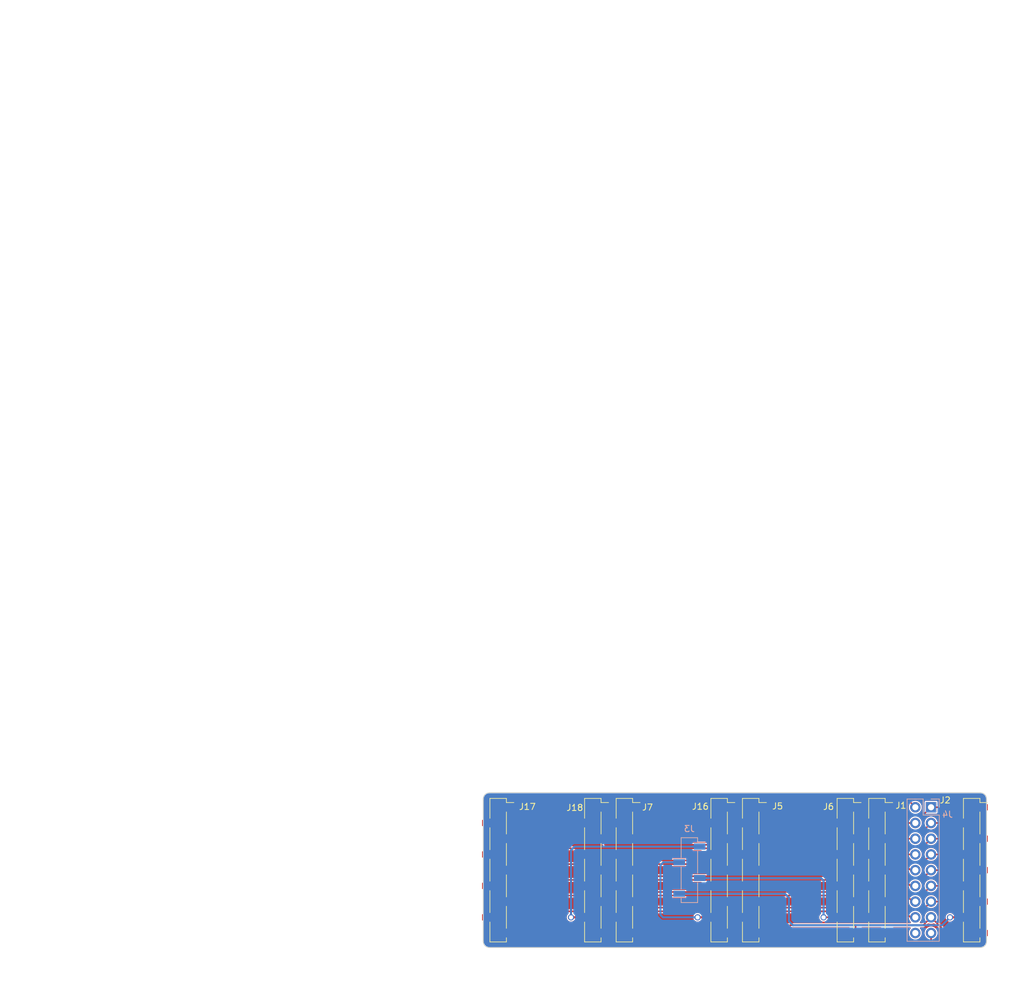
<source format=kicad_pcb>
(kicad_pcb (version 20221018) (generator pcbnew)
  (layers (0 "F.Cu" signal) (31 "B.Cu" signal) (34 "B.Paste" user) (35 "F.Paste" user) (36 "B.SilkS" user "B.Silkscreen") (37 "F.SilkS" user "F.Silkscreen") (38 "B.Mask" user) (39 "F.Mask" user) (44 "Edge.Cuts" user))
  (net 0 "")
  (net 2 "A")
  (net 3 "J")
  (net 4 "I")
  (net 5 "H")
  (net 6 "P")
  (net 7 "N")
  (net 8 "O")
  (net 9 "G")
  (net 10 "F")
  (net 11 "B")
  (net 12 "K")
  (net 13 "C")
  (net 14 "L")
  (net 15 "M")
  (net 16 "D")
  (net 17 "DP")
  (net 18 "DISPLAY4_GND")
  (net 19 "E")
  (net 20 "DISPLAY1_GND")
  (net 21 "DISPLAY2_GND")
  (net 22 "DISPLAY3_GND")
  (footprint "Connector_PinSocket_2.54mm:PinSocket_1x09_P2.54mm_Vertical_SMD_Pin1Right" (layer "F.Cu") (at 116.1 140.5)
    (fp_text reference "J16" (at -3.03 -10.28) (layer "F.SilkS"))
    (fp_text value "R")
    (fp_line (start -1.33 -11.59) (end -1.33 -8.38) (stroke (width 0.12)) (layer "F.SilkS"))
    (fp_line (start -1.33 -11.59) (end 1.33 -11.59) (stroke (width 0.12)) (layer "F.SilkS"))
    (fp_line (start -1.33 -6.86) (end -1.33 -3.3) (stroke (width 0.12)) (layer "F.SilkS"))
    (fp_line (start -1.33 -1.78) (end -1.33 1.78) (stroke (width 0.12)) (layer "F.SilkS"))
    (fp_line (start -1.33 3.3) (end -1.33 6.86) (stroke (width 0.12)) (layer "F.SilkS"))
    (fp_line (start -1.33 8.38) (end -1.33 11.59) (stroke (width 0.12)) (layer "F.SilkS"))
    (fp_line (start -1.33 11.59) (end 1.33 11.59) (stroke (width 0.12)) (layer "F.SilkS"))
    (fp_line (start 1.33 -11.59) (end 1.33 -10.92) (stroke (width 0.12)) (layer "F.SilkS"))
    (fp_line (start 1.33 -10.92) (end 2.54 -10.92) (stroke (width 0.12)) (layer "F.SilkS"))
    (fp_line (start 1.33 -9.4) (end 1.33 -5.84) (stroke (width 0.12)) (layer "F.SilkS"))
    (fp_line (start 1.33 -4.32) (end 1.33 -0.76) (stroke (width 0.12)) (layer "F.SilkS"))
    (fp_line (start 1.33 0.76) (end 1.33 4.32) (stroke (width 0.12)) (layer "F.SilkS"))
    (fp_line (start 1.33 5.84) (end 1.33 9.4) (stroke (width 0.12)) (layer "F.SilkS"))
    (fp_line (start 1.33 10.92) (end 1.33 11.59) (stroke (width 0.12)) (layer "F.SilkS"))
    (pad "1" smd rect (at 1.65 -10.16) (size 1.9 1) (layers "F.Cu" "F.Paste" "F.Mask") (net 11 "B"))
    (pad "2" smd rect (at -1.65 -7.62) (size 1.9 1) (layers "F.Cu" "F.Paste" "F.Mask") (net 12 "K"))
    (pad "3" smd rect (at 1.65 -5.08) (size 1.9 1) (layers "F.Cu" "F.Paste" "F.Mask") (net 13 "C"))
    (pad "4" smd rect (at -1.65 -2.54) (size 1.9 1) (layers "F.Cu" "F.Paste" "F.Mask") (net 14 "L"))
    (pad "5" smd rect (at 1.65 0) (size 1.9 1) (layers "F.Cu" "F.Paste" "F.Mask") (net 15 "M"))
    (pad "6" smd rect (at -1.65 2.54) (size 1.9 1) (layers "F.Cu" "F.Paste" "F.Mask") (net 16 "D"))
    (pad "7" smd rect (at 1.65 5.08) (size 1.9 1) (layers "F.Cu" "F.Paste" "F.Mask") (net 17 "DP"))
    (pad "8" smd rect (at -1.65 7.62) (size 1.9 1) (layers "F.Cu" "F.Paste" "F.Mask") (net 21 "DISPLAY2_GND"))
    (pad "9" smd rect (at 1.65 10.16) (size 1.9 1) (layers "F.Cu" "F.Paste" "F.Mask") (net 19 "E"))
  )
  (footprint "Connector_PinSocket_2.54mm:PinSocket_1x09_P2.54mm_Vertical_SMD_Pin1Right" (layer "F.Cu") (at 80.4 140.5)
    (fp_text reference "J17" (at 4.73 -10.25) (layer "F.SilkS"))
    (fp_text value "L")
    (fp_line (start -1.33 -11.59) (end -1.33 -8.38) (stroke (width 0.12)) (layer "F.SilkS"))
    (fp_line (start -1.33 -11.59) (end 1.33 -11.59) (stroke (width 0.12)) (layer "F.SilkS"))
    (fp_line (start -1.33 -6.86) (end -1.33 -3.3) (stroke (width 0.12)) (layer "F.SilkS"))
    (fp_line (start -1.33 -1.78) (end -1.33 1.78) (stroke (width 0.12)) (layer "F.SilkS"))
    (fp_line (start -1.33 3.3) (end -1.33 6.86) (stroke (width 0.12)) (layer "F.SilkS"))
    (fp_line (start -1.33 8.38) (end -1.33 11.59) (stroke (width 0.12)) (layer "F.SilkS"))
    (fp_line (start -1.33 11.59) (end 1.33 11.59) (stroke (width 0.12)) (layer "F.SilkS"))
    (fp_line (start 1.33 -11.59) (end 1.33 -10.92) (stroke (width 0.12)) (layer "F.SilkS"))
    (fp_line (start 1.33 -10.92) (end 2.54 -10.92) (stroke (width 0.12)) (layer "F.SilkS"))
    (fp_line (start 1.33 -9.4) (end 1.33 -5.84) (stroke (width 0.12)) (layer "F.SilkS"))
    (fp_line (start 1.33 -4.32) (end 1.33 -0.76) (stroke (width 0.12)) (layer "F.SilkS"))
    (fp_line (start 1.33 0.76) (end 1.33 4.32) (stroke (width 0.12)) (layer "F.SilkS"))
    (fp_line (start 1.33 5.84) (end 1.33 9.4) (stroke (width 0.12)) (layer "F.SilkS"))
    (fp_line (start 1.33 10.92) (end 1.33 11.59) (stroke (width 0.12)) (layer "F.SilkS"))
    (pad "1" smd rect (at 1.65 -10.16) (size 1.9 1) (layers "F.Cu" "F.Paste" "F.Mask") (net 2 "A"))
    (pad "2" smd rect (at -1.65 -7.62) (size 1.9 1) (layers "F.Cu" "F.Paste" "F.Mask") (net 3 "J"))
    (pad "3" smd rect (at 1.65 -5.08) (size 1.9 1) (layers "F.Cu" "F.Paste" "F.Mask") (net 4 "I"))
    (pad "4" smd rect (at -1.65 -2.54) (size 1.9 1) (layers "F.Cu" "F.Paste" "F.Mask") (net 5 "H"))
    (pad "5" smd rect (at 1.65 0) (size 1.9 1) (layers "F.Cu" "F.Paste" "F.Mask") (net 6 "P"))
    (pad "6" smd rect (at -1.65 2.54) (size 1.9 1) (layers "F.Cu" "F.Paste" "F.Mask") (net 7 "N"))
    (pad "7" smd rect (at 1.65 5.08) (size 1.9 1) (layers "F.Cu" "F.Paste" "F.Mask") (net 8 "O"))
    (pad "8" smd rect (at -1.65 7.62) (size 1.9 1) (layers "F.Cu" "F.Paste" "F.Mask") (net 9 "G"))
    (pad "9" smd rect (at 1.65 10.16) (size 1.9 1) (layers "F.Cu" "F.Paste" "F.Mask") (net 10 "F"))
  )
  (footprint "Connector_PinSocket_2.54mm:PinSocket_1x09_P2.54mm_Vertical_SMD_Pin1Right" (layer "F.Cu") (at 136.5 140.5)
    (fp_text reference "J6" (at -2.72 -10.25) (layer "F.SilkS"))
    (fp_text value "R")
    (fp_line (start -1.33 -11.59) (end -1.33 -8.38) (stroke (width 0.12)) (layer "F.SilkS"))
    (fp_line (start -1.33 -11.59) (end 1.33 -11.59) (stroke (width 0.12)) (layer "F.SilkS"))
    (fp_line (start -1.33 -6.86) (end -1.33 -3.3) (stroke (width 0.12)) (layer "F.SilkS"))
    (fp_line (start -1.33 -1.78) (end -1.33 1.78) (stroke (width 0.12)) (layer "F.SilkS"))
    (fp_line (start -1.33 3.3) (end -1.33 6.86) (stroke (width 0.12)) (layer "F.SilkS"))
    (fp_line (start -1.33 8.38) (end -1.33 11.59) (stroke (width 0.12)) (layer "F.SilkS"))
    (fp_line (start -1.33 11.59) (end 1.33 11.59) (stroke (width 0.12)) (layer "F.SilkS"))
    (fp_line (start 1.33 -11.59) (end 1.33 -10.92) (stroke (width 0.12)) (layer "F.SilkS"))
    (fp_line (start 1.33 -10.92) (end 2.54 -10.92) (stroke (width 0.12)) (layer "F.SilkS"))
    (fp_line (start 1.33 -9.4) (end 1.33 -5.84) (stroke (width 0.12)) (layer "F.SilkS"))
    (fp_line (start 1.33 -4.32) (end 1.33 -0.76) (stroke (width 0.12)) (layer "F.SilkS"))
    (fp_line (start 1.33 0.76) (end 1.33 4.32) (stroke (width 0.12)) (layer "F.SilkS"))
    (fp_line (start 1.33 5.84) (end 1.33 9.4) (stroke (width 0.12)) (layer "F.SilkS"))
    (fp_line (start 1.33 10.92) (end 1.33 11.59) (stroke (width 0.12)) (layer "F.SilkS"))
    (pad "1" smd rect (at 1.65 -10.16) (size 1.9 1) (layers "F.Cu" "F.Paste" "F.Mask") (net 11 "B"))
    (pad "2" smd rect (at -1.65 -7.62) (size 1.9 1) (layers "F.Cu" "F.Paste" "F.Mask") (net 12 "K"))
    (pad "3" smd rect (at 1.65 -5.08) (size 1.9 1) (layers "F.Cu" "F.Paste" "F.Mask") (net 13 "C"))
    (pad "4" smd rect (at -1.65 -2.54) (size 1.9 1) (layers "F.Cu" "F.Paste" "F.Mask") (net 14 "L"))
    (pad "5" smd rect (at 1.65 0) (size 1.9 1) (layers "F.Cu" "F.Paste" "F.Mask") (net 15 "M"))
    (pad "6" smd rect (at -1.65 2.54) (size 1.9 1) (layers "F.Cu" "F.Paste" "F.Mask") (net 16 "D"))
    (pad "7" smd rect (at 1.65 5.08) (size 1.9 1) (layers "F.Cu" "F.Paste" "F.Mask") (net 17 "DP"))
    (pad "8" smd rect (at -1.65 7.62) (size 1.9 1) (layers "F.Cu" "F.Paste" "F.Mask") (net 22 "DISPLAY3_GND"))
    (pad "9" smd rect (at 1.65 10.16) (size 1.9 1) (layers "F.Cu" "F.Paste" "F.Mask") (net 19 "E"))
  )
  (footprint "Connector_PinSocket_2.54mm:PinSocket_1x09_P2.54mm_Vertical_SMD_Pin1Right" (layer "F.Cu") (at 121.2 140.5)
    (fp_text reference "J5" (at 4.35 -10.33) (layer "F.SilkS"))
    (fp_text value "L")
    (fp_line (start -1.33 -11.59) (end -1.33 -8.38) (stroke (width 0.12)) (layer "F.SilkS"))
    (fp_line (start -1.33 -11.59) (end 1.33 -11.59) (stroke (width 0.12)) (layer "F.SilkS"))
    (fp_line (start -1.33 -6.86) (end -1.33 -3.3) (stroke (width 0.12)) (layer "F.SilkS"))
    (fp_line (start -1.33 -1.78) (end -1.33 1.78) (stroke (width 0.12)) (layer "F.SilkS"))
    (fp_line (start -1.33 3.3) (end -1.33 6.86) (stroke (width 0.12)) (layer "F.SilkS"))
    (fp_line (start -1.33 8.38) (end -1.33 11.59) (stroke (width 0.12)) (layer "F.SilkS"))
    (fp_line (start -1.33 11.59) (end 1.33 11.59) (stroke (width 0.12)) (layer "F.SilkS"))
    (fp_line (start 1.33 -11.59) (end 1.33 -10.92) (stroke (width 0.12)) (layer "F.SilkS"))
    (fp_line (start 1.33 -10.92) (end 2.54 -10.92) (stroke (width 0.12)) (layer "F.SilkS"))
    (fp_line (start 1.33 -9.4) (end 1.33 -5.84) (stroke (width 0.12)) (layer "F.SilkS"))
    (fp_line (start 1.33 -4.32) (end 1.33 -0.76) (stroke (width 0.12)) (layer "F.SilkS"))
    (fp_line (start 1.33 0.76) (end 1.33 4.32) (stroke (width 0.12)) (layer "F.SilkS"))
    (fp_line (start 1.33 5.84) (end 1.33 9.4) (stroke (width 0.12)) (layer "F.SilkS"))
    (fp_line (start 1.33 10.92) (end 1.33 11.59) (stroke (width 0.12)) (layer "F.SilkS"))
    (pad "1" smd rect (at 1.65 -10.16) (size 1.9 1) (layers "F.Cu" "F.Paste" "F.Mask") (net 2 "A"))
    (pad "2" smd rect (at -1.65 -7.62) (size 1.9 1) (layers "F.Cu" "F.Paste" "F.Mask") (net 3 "J"))
    (pad "3" smd rect (at 1.65 -5.08) (size 1.9 1) (layers "F.Cu" "F.Paste" "F.Mask") (net 4 "I"))
    (pad "4" smd rect (at -1.65 -2.54) (size 1.9 1) (layers "F.Cu" "F.Paste" "F.Mask") (net 5 "H"))
    (pad "5" smd rect (at 1.65 0) (size 1.9 1) (layers "F.Cu" "F.Paste" "F.Mask") (net 6 "P"))
    (pad "6" smd rect (at -1.65 2.54) (size 1.9 1) (layers "F.Cu" "F.Paste" "F.Mask") (net 7 "N"))
    (pad "7" smd rect (at 1.65 5.08) (size 1.9 1) (layers "F.Cu" "F.Paste" "F.Mask") (net 8 "O"))
    (pad "8" smd rect (at -1.65 7.62) (size 1.9 1) (layers "F.Cu" "F.Paste" "F.Mask") (net 9 "G"))
    (pad "9" smd rect (at 1.65 10.16) (size 1.9 1) (layers "F.Cu" "F.Paste" "F.Mask") (net 10 "F"))
  )
  (footprint "Connector_PinSocket_2.54mm:PinSocket_1x09_P2.54mm_Vertical_SMD_Pin1Right" (layer "F.Cu") (at 141.6 140.5)
    (fp_text reference "J1" (at 3.87 -10.44) (layer "F.SilkS"))
    (fp_text value "L")
    (fp_line (start -1.33 -11.59) (end -1.33 -8.38) (stroke (width 0.12)) (layer "F.SilkS"))
    (fp_line (start -1.33 -11.59) (end 1.33 -11.59) (stroke (width 0.12)) (layer "F.SilkS"))
    (fp_line (start -1.33 -6.86) (end -1.33 -3.3) (stroke (width 0.12)) (layer "F.SilkS"))
    (fp_line (start -1.33 -1.78) (end -1.33 1.78) (stroke (width 0.12)) (layer "F.SilkS"))
    (fp_line (start -1.33 3.3) (end -1.33 6.86) (stroke (width 0.12)) (layer "F.SilkS"))
    (fp_line (start -1.33 8.38) (end -1.33 11.59) (stroke (width 0.12)) (layer "F.SilkS"))
    (fp_line (start -1.33 11.59) (end 1.33 11.59) (stroke (width 0.12)) (layer "F.SilkS"))
    (fp_line (start 1.33 -11.59) (end 1.33 -10.92) (stroke (width 0.12)) (layer "F.SilkS"))
    (fp_line (start 1.33 -10.92) (end 2.54 -10.92) (stroke (width 0.12)) (layer "F.SilkS"))
    (fp_line (start 1.33 -9.4) (end 1.33 -5.84) (stroke (width 0.12)) (layer "F.SilkS"))
    (fp_line (start 1.33 -4.32) (end 1.33 -0.76) (stroke (width 0.12)) (layer "F.SilkS"))
    (fp_line (start 1.33 0.76) (end 1.33 4.32) (stroke (width 0.12)) (layer "F.SilkS"))
    (fp_line (start 1.33 5.84) (end 1.33 9.4) (stroke (width 0.12)) (layer "F.SilkS"))
    (fp_line (start 1.33 10.92) (end 1.33 11.59) (stroke (width 0.12)) (layer "F.SilkS"))
    (pad "1" smd rect (at 1.65 -10.16) (size 1.9 1) (layers "F.Cu" "F.Paste" "F.Mask") (net 2 "A"))
    (pad "2" smd rect (at -1.65 -7.62) (size 1.9 1) (layers "F.Cu" "F.Paste" "F.Mask") (net 3 "J"))
    (pad "3" smd rect (at 1.65 -5.08) (size 1.9 1) (layers "F.Cu" "F.Paste" "F.Mask") (net 4 "I"))
    (pad "4" smd rect (at -1.65 -2.54) (size 1.9 1) (layers "F.Cu" "F.Paste" "F.Mask") (net 5 "H"))
    (pad "5" smd rect (at 1.65 0) (size 1.9 1) (layers "F.Cu" "F.Paste" "F.Mask") (net 6 "P"))
    (pad "6" smd rect (at -1.65 2.54) (size 1.9 1) (layers "F.Cu" "F.Paste" "F.Mask") (net 7 "N"))
    (pad "7" smd rect (at 1.65 5.08) (size 1.9 1) (layers "F.Cu" "F.Paste" "F.Mask") (net 8 "O"))
    (pad "8" smd rect (at -1.65 7.62) (size 1.9 1) (layers "F.Cu" "F.Paste" "F.Mask") (net 9 "G"))
    (pad "9" smd rect (at 1.65 10.16) (size 1.9 1) (layers "F.Cu" "F.Paste" "F.Mask") (net 10 "F"))
  )
  (footprint "Connector_PinSocket_2.54mm:PinSocket_1x09_P2.54mm_Vertical_SMD_Pin1Right" (layer "F.Cu") (at 95.7 140.5)
    (fp_text reference "J18" (at -2.91 -10.09) (layer "F.SilkS"))
    (fp_text value "R")
    (fp_line (start -1.33 -11.59) (end -1.33 -8.38) (stroke (width 0.12)) (layer "F.SilkS"))
    (fp_line (start -1.33 -11.59) (end 1.33 -11.59) (stroke (width 0.12)) (layer "F.SilkS"))
    (fp_line (start -1.33 -6.86) (end -1.33 -3.3) (stroke (width 0.12)) (layer "F.SilkS"))
    (fp_line (start -1.33 -1.78) (end -1.33 1.78) (stroke (width 0.12)) (layer "F.SilkS"))
    (fp_line (start -1.33 3.3) (end -1.33 6.86) (stroke (width 0.12)) (layer "F.SilkS"))
    (fp_line (start -1.33 8.38) (end -1.33 11.59) (stroke (width 0.12)) (layer "F.SilkS"))
    (fp_line (start -1.33 11.59) (end 1.33 11.59) (stroke (width 0.12)) (layer "F.SilkS"))
    (fp_line (start 1.33 -11.59) (end 1.33 -10.92) (stroke (width 0.12)) (layer "F.SilkS"))
    (fp_line (start 1.33 -10.92) (end 2.54 -10.92) (stroke (width 0.12)) (layer "F.SilkS"))
    (fp_line (start 1.33 -9.4) (end 1.33 -5.84) (stroke (width 0.12)) (layer "F.SilkS"))
    (fp_line (start 1.33 -4.32) (end 1.33 -0.76) (stroke (width 0.12)) (layer "F.SilkS"))
    (fp_line (start 1.33 0.76) (end 1.33 4.32) (stroke (width 0.12)) (layer "F.SilkS"))
    (fp_line (start 1.33 5.84) (end 1.33 9.4) (stroke (width 0.12)) (layer "F.SilkS"))
    (fp_line (start 1.33 10.92) (end 1.33 11.59) (stroke (width 0.12)) (layer "F.SilkS"))
    (pad "1" smd rect (at 1.65 -10.16) (size 1.9 1) (layers "F.Cu" "F.Paste" "F.Mask") (net 11 "B"))
    (pad "2" smd rect (at -1.65 -7.62) (size 1.9 1) (layers "F.Cu" "F.Paste" "F.Mask") (net 12 "K"))
    (pad "3" smd rect (at 1.65 -5.08) (size 1.9 1) (layers "F.Cu" "F.Paste" "F.Mask") (net 13 "C"))
    (pad "4" smd rect (at -1.65 -2.54) (size 1.9 1) (layers "F.Cu" "F.Paste" "F.Mask") (net 14 "L"))
    (pad "5" smd rect (at 1.65 0) (size 1.9 1) (layers "F.Cu" "F.Paste" "F.Mask") (net 15 "M"))
    (pad "6" smd rect (at -1.65 2.54) (size 1.9 1) (layers "F.Cu" "F.Paste" "F.Mask") (net 16 "D"))
    (pad "7" smd rect (at 1.65 5.08) (size 1.9 1) (layers "F.Cu" "F.Paste" "F.Mask") (net 17 "DP"))
    (pad "8" smd rect (at -1.65 7.62) (size 1.9 1) (layers "F.Cu" "F.Paste" "F.Mask") (net 20 "DISPLAY1_GND"))
    (pad "9" smd rect (at 1.65 10.16) (size 1.9 1) (layers "F.Cu" "F.Paste" "F.Mask") (net 19 "E"))
  )
  (footprint "Connector_PinSocket_2.54mm:PinSocket_1x09_P2.54mm_Vertical_SMD_Pin1Right" (layer "F.Cu") (at 156.9 140.5)
    (fp_text reference "J2" (at -4.27 -11.3) (layer "F.SilkS"))
    (fp_text value "R")
    (fp_line (start -1.33 -11.59) (end -1.33 -8.38) (stroke (width 0.12)) (layer "F.SilkS"))
    (fp_line (start -1.33 -11.59) (end 1.33 -11.59) (stroke (width 0.12)) (layer "F.SilkS"))
    (fp_line (start -1.33 -6.86) (end -1.33 -3.3) (stroke (width 0.12)) (layer "F.SilkS"))
    (fp_line (start -1.33 -1.78) (end -1.33 1.78) (stroke (width 0.12)) (layer "F.SilkS"))
    (fp_line (start -1.33 3.3) (end -1.33 6.86) (stroke (width 0.12)) (layer "F.SilkS"))
    (fp_line (start -1.33 8.38) (end -1.33 11.59) (stroke (width 0.12)) (layer "F.SilkS"))
    (fp_line (start -1.33 11.59) (end 1.33 11.59) (stroke (width 0.12)) (layer "F.SilkS"))
    (fp_line (start 1.33 -11.59) (end 1.33 -10.92) (stroke (width 0.12)) (layer "F.SilkS"))
    (fp_line (start 1.33 -10.92) (end 2.54 -10.92) (stroke (width 0.12)) (layer "F.SilkS"))
    (fp_line (start 1.33 -9.4) (end 1.33 -5.84) (stroke (width 0.12)) (layer "F.SilkS"))
    (fp_line (start 1.33 -4.32) (end 1.33 -0.76) (stroke (width 0.12)) (layer "F.SilkS"))
    (fp_line (start 1.33 0.76) (end 1.33 4.32) (stroke (width 0.12)) (layer "F.SilkS"))
    (fp_line (start 1.33 5.84) (end 1.33 9.4) (stroke (width 0.12)) (layer "F.SilkS"))
    (fp_line (start 1.33 10.92) (end 1.33 11.59) (stroke (width 0.12)) (layer "F.SilkS"))
    (pad "1" smd rect (at 1.65 -10.16) (size 1.9 1) (layers "F.Cu" "F.Paste" "F.Mask") (net 11 "B"))
    (pad "2" smd rect (at -1.65 -7.62) (size 1.9 1) (layers "F.Cu" "F.Paste" "F.Mask") (net 12 "K"))
    (pad "3" smd rect (at 1.65 -5.08) (size 1.9 1) (layers "F.Cu" "F.Paste" "F.Mask") (net 13 "C"))
    (pad "4" smd rect (at -1.65 -2.54) (size 1.9 1) (layers "F.Cu" "F.Paste" "F.Mask") (net 14 "L"))
    (pad "5" smd rect (at 1.65 0) (size 1.9 1) (layers "F.Cu" "F.Paste" "F.Mask") (net 15 "M"))
    (pad "6" smd rect (at -1.65 2.54) (size 1.9 1) (layers "F.Cu" "F.Paste" "F.Mask") (net 16 "D"))
    (pad "7" smd rect (at 1.65 5.08) (size 1.9 1) (layers "F.Cu" "F.Paste" "F.Mask") (net 17 "DP"))
    (pad "8" smd rect (at -1.65 7.62) (size 1.9 1) (layers "F.Cu" "F.Paste" "F.Mask") (net 18 "DISPLAY4_GND"))
    (pad "9" smd rect (at 1.65 10.16) (size 1.9 1) (layers "F.Cu" "F.Paste" "F.Mask") (net 19 "E"))
  )
  (footprint "Connector_PinSocket_2.54mm:PinSocket_1x09_P2.54mm_Vertical_SMD_Pin1Right" (layer "F.Cu") (at 100.8 140.5)
    (fp_text reference "J7" (at 3.74 -10.15) (layer "F.SilkS"))
    (fp_text value "L")
    (fp_line (start -1.33 -11.59) (end -1.33 -8.38) (stroke (width 0.12)) (layer "F.SilkS"))
    (fp_line (start -1.33 -11.59) (end 1.33 -11.59) (stroke (width 0.12)) (layer "F.SilkS"))
    (fp_line (start -1.33 -6.86) (end -1.33 -3.3) (stroke (width 0.12)) (layer "F.SilkS"))
    (fp_line (start -1.33 -1.78) (end -1.33 1.78) (stroke (width 0.12)) (layer "F.SilkS"))
    (fp_line (start -1.33 3.3) (end -1.33 6.86) (stroke (width 0.12)) (layer "F.SilkS"))
    (fp_line (start -1.33 8.38) (end -1.33 11.59) (stroke (width 0.12)) (layer "F.SilkS"))
    (fp_line (start -1.33 11.59) (end 1.33 11.59) (stroke (width 0.12)) (layer "F.SilkS"))
    (fp_line (start 1.33 -11.59) (end 1.33 -10.92) (stroke (width 0.12)) (layer "F.SilkS"))
    (fp_line (start 1.33 -10.92) (end 2.54 -10.92) (stroke (width 0.12)) (layer "F.SilkS"))
    (fp_line (start 1.33 -9.4) (end 1.33 -5.84) (stroke (width 0.12)) (layer "F.SilkS"))
    (fp_line (start 1.33 -4.32) (end 1.33 -0.76) (stroke (width 0.12)) (layer "F.SilkS"))
    (fp_line (start 1.33 0.76) (end 1.33 4.32) (stroke (width 0.12)) (layer "F.SilkS"))
    (fp_line (start 1.33 5.84) (end 1.33 9.4) (stroke (width 0.12)) (layer "F.SilkS"))
    (fp_line (start 1.33 10.92) (end 1.33 11.59) (stroke (width 0.12)) (layer "F.SilkS"))
    (pad "1" smd rect (at 1.65 -10.16) (size 1.9 1) (layers "F.Cu" "F.Paste" "F.Mask") (net 2 "A"))
    (pad "2" smd rect (at -1.65 -7.62) (size 1.9 1) (layers "F.Cu" "F.Paste" "F.Mask") (net 3 "J"))
    (pad "3" smd rect (at 1.65 -5.08) (size 1.9 1) (layers "F.Cu" "F.Paste" "F.Mask") (net 4 "I"))
    (pad "4" smd rect (at -1.65 -2.54) (size 1.9 1) (layers "F.Cu" "F.Paste" "F.Mask") (net 5 "H"))
    (pad "5" smd rect (at 1.65 0) (size 1.9 1) (layers "F.Cu" "F.Paste" "F.Mask") (net 6 "P"))
    (pad "6" smd rect (at -1.65 2.54) (size 1.9 1) (layers "F.Cu" "F.Paste" "F.Mask") (net 7 "N"))
    (pad "7" smd rect (at 1.65 5.08) (size 1.9 1) (layers "F.Cu" "F.Paste" "F.Mask") (net 8 "O"))
    (pad "8" smd rect (at -1.65 7.62) (size 1.9 1) (layers "F.Cu" "F.Paste" "F.Mask") (net 9 "G"))
    (pad "9" smd rect (at 1.65 10.16) (size 1.9 1) (layers "F.Cu" "F.Paste" "F.Mask") (net 10 "F"))
  )
  (footprint "Connector_PinHeader_2.54mm:PinHeader_2x09_P2.54mm_Vertical" (layer "B.Cu") (at 150.34 130.34 180)
    (fp_text reference "J4" (at -2.66 -1.16) (layer "B.SilkS") (effects (justify mirror)))
    (fp_text value "SEGMENTS")
    (fp_line (start -1.33 -21.65) (end 3.87 -21.65) (stroke (width 0.12)) (layer "B.SilkS"))
    (fp_line (start -1.33 -1.27) (end -1.33 -21.65) (stroke (width 0.12)) (layer "B.SilkS"))
    (fp_line (start -1.33 -1.27) (end 1.27 -1.27) (stroke (width 0.12)) (layer "B.SilkS"))
    (fp_line (start -1.33 0) (end -1.33 1.33) (stroke (width 0.12)) (layer "B.SilkS"))
    (fp_line (start -1.33 1.33) (end 0 1.33) (stroke (width 0.12)) (layer "B.SilkS"))
    (fp_line (start 1.27 -1.27) (end 1.27 1.33) (stroke (width 0.12)) (layer "B.SilkS"))
    (fp_line (start 1.27 1.33) (end 3.87 1.33) (stroke (width 0.12)) (layer "B.SilkS"))
    (fp_line (start 3.87 1.33) (end 3.87 -21.65) (stroke (width 0.12)) (layer "B.SilkS"))
    (pad "1" thru_hole rect (at 0 0 180) (size 1.7 1.7) (drill 1) (layers "*.Cu" "*.Mask") (net 11 "B"))
    (pad "2" thru_hole oval (at 2.54 0 180) (size 1.7 1.7) (drill 1) (layers "*.Cu" "*.Mask") (net 2 "A"))
    (pad "3" thru_hole oval (at 0 -2.54 180) (size 1.7 1.7) (drill 1) (layers "*.Cu" "*.Mask") (net 12 "K"))
    (pad "4" thru_hole oval (at 2.54 -2.54 180) (size 1.7 1.7) (drill 1) (layers "*.Cu" "*.Mask") (net 3 "J"))
    (pad "5" thru_hole oval (at 0 -5.08 180) (size 1.7 1.7) (drill 1) (layers "*.Cu" "*.Mask") (net 13 "C"))
    (pad "6" thru_hole oval (at 2.54 -5.08 180) (size 1.7 1.7) (drill 1) (layers "*.Cu" "*.Mask") (net 4 "I"))
    (pad "7" thru_hole oval (at 0 -7.62 180) (size 1.7 1.7) (drill 1) (layers "*.Cu" "*.Mask") (net 14 "L"))
    (pad "8" thru_hole oval (at 2.54 -7.62 180) (size 1.7 1.7) (drill 1) (layers "*.Cu" "*.Mask") (net 5 "H"))
    (pad "9" thru_hole oval (at 0 -10.16 180) (size 1.7 1.7) (drill 1) (layers "*.Cu" "*.Mask") (net 15 "M"))
    (pad "10" thru_hole oval (at 2.54 -10.16 180) (size 1.7 1.7) (drill 1) (layers "*.Cu" "*.Mask") (net 6 "P"))
    (pad "11" thru_hole oval (at 0 -12.7 180) (size 1.7 1.7) (drill 1) (layers "*.Cu" "*.Mask") (net 16 "D"))
    (pad "12" thru_hole oval (at 2.54 -12.7 180) (size 1.7 1.7) (drill 1) (layers "*.Cu" "*.Mask") (net 7 "N"))
    (pad "13" thru_hole oval (at 0 -15.24 180) (size 1.7 1.7) (drill 1) (layers "*.Cu" "*.Mask") (net 17 "DP"))
    (pad "14" thru_hole oval (at 2.54 -15.24 180) (size 1.7 1.7) (drill 1) (layers "*.Cu" "*.Mask") (net 8 "O"))
    (pad "15" thru_hole oval (at 0 -17.78 180) (size 1.7 1.7) (drill 1) (layers "*.Cu" "*.Mask") (net 19 "E"))
    (pad "16" thru_hole oval (at 2.54 -17.78 180) (size 1.7 1.7) (drill 1) (layers "*.Cu" "*.Mask") (net 9 "G"))
    (pad "17" thru_hole oval (at 0 -20.32 180) (size 1.7 1.7) (drill 1) (layers "*.Cu" "*.Mask") (net 10 "F"))
    (pad "18" thru_hole oval (at 2.54 -20.32 180) (size 1.7 1.7) (drill 1) (layers "*.Cu" "*.Mask"))
  )
  (footprint "Connector_PinSocket_2.54mm:PinSocket_1x04_P2.54mm_Vertical_SMD_Pin1Left" (layer "B.Cu") (at 111.3 140.5 180)
    (fp_text reference "J3" (at 0 6.68) (layer "B.SilkS") (effects (justify mirror)))
    (fp_text value "SELECT")
    (fp_line (start -2.54 4.57) (end -1.33 4.57) (stroke (width 0.12)) (layer "B.SilkS"))
    (fp_line (start -1.33 -5.24) (end 1.33 -5.24) (stroke (width 0.12)) (layer "B.SilkS"))
    (fp_line (start -1.33 -2.03) (end -1.33 -5.24) (stroke (width 0.12)) (layer "B.SilkS"))
    (fp_line (start -1.33 3.05) (end -1.33 -0.51) (stroke (width 0.12)) (layer "B.SilkS"))
    (fp_line (start -1.33 5.24) (end -1.33 4.57) (stroke (width 0.12)) (layer "B.SilkS"))
    (fp_line (start -1.33 5.24) (end 1.33 5.24) (stroke (width 0.12)) (layer "B.SilkS"))
    (fp_line (start 1.33 -4.57) (end 1.33 -5.24) (stroke (width 0.12)) (layer "B.SilkS"))
    (fp_line (start 1.33 0.51) (end 1.33 -3.05) (stroke (width 0.12)) (layer "B.SilkS"))
    (fp_line (start 1.33 5.24) (end 1.33 2.03) (stroke (width 0.12)) (layer "B.SilkS"))
    (pad "1" smd rect (at -1.65 3.81 180) (size 1.9 1) (layers "B.Cu" "B.Paste" "B.Mask") (net 20 "DISPLAY1_GND"))
    (pad "2" smd rect (at 1.65 1.27 180) (size 1.9 1) (layers "B.Cu" "B.Paste" "B.Mask") (net 21 "DISPLAY2_GND"))
    (pad "3" smd rect (at -1.65 -1.27 180) (size 1.9 1) (layers "B.Cu" "B.Paste" "B.Mask") (net 22 "DISPLAY3_GND"))
    (pad "4" smd rect (at 1.65 -3.81 180) (size 1.9 1) (layers "B.Cu" "B.Paste" "B.Mask") (net 18 "DISPLAY4_GND"))
  )
  (gr_line (start 158.3 153) (end 79 153) (stroke (width 0.15)) (layer "Edge.Cuts"))
  (gr_line (start 159.3 129) (end 159.3 152) (stroke (width 0.15)) (layer "Edge.Cuts"))
  (gr_arc (start 78 129) (mid 78.292893 128.292894) (end 79 128) (stroke (width 0.15)) (layer "Edge.Cuts"))
  (gr_line (start 79 128) (end 158.3 128) (stroke (width 0.15)) (layer "Edge.Cuts"))
  (gr_arc (start 158.3 128) (mid 159.007106 128.292893) (end 159.3 129) (stroke (width 0.15)) (layer "Edge.Cuts"))
  (gr_arc (start 159.3 152) (mid 159.007107 152.707106) (end 158.3 153) (stroke (width 0.15)) (layer "Edge.Cuts"))
  (gr_arc (start 79 153) (mid 78.292894 152.707107) (end 78 152) (stroke (width 0.15)) (layer "Edge.Cuts"))
  (gr_line (start 78 152) (end 78 129) (stroke (width 0.15)) (layer "Edge.Cuts"))
  (segment (start 122.85 130.34) (end 122.85 129) (width 0.25) (layer "F.Cu") (net 2))
  (segment (start 102.475 129) (end 82.45 129) (width 0.25) (layer "F.Cu") (net 2))
  (segment (start 102.45 130.34) (end 102.45 129.025) (width 0.25) (layer "F.Cu") (net 2))
  (segment (start 143.25 130.34) (end 143.25 129.075) (width 0.25) (layer "F.Cu") (net 2))
  (segment (start 143.325 129) (end 122.85 129) (width 0.25) (layer "F.Cu") (net 2))
  (segment (start 82.05 129.4) (end 82.05 130.34) (width 0.25) (layer "F.Cu") (net 2))
  (segment (start 143.25 129.075) (end 143.325 129) (width 0.25) (layer "F.Cu") (net 2))
  (segment (start 122.85 129) (end 102.475 129) (width 0.25) (layer "F.Cu") (net 2))
  (segment (start 82.45 129) (end 82.05 129.4) (width 0.25) (layer "F.Cu") (net 2))
  (segment (start 146.46 129) (end 143.325 129) (width 0.25) (layer "F.Cu") (net 2))
  (segment (start 147.8 130.34) (end 146.46 129) (width 0.25) (layer "F.Cu") (net 2))
  (segment (start 102.45 129.025) (end 102.475 129) (width 0.25) (layer "F.Cu") (net 2))
  (segment (start 145.45 131.9) (end 139.925 131.9) (width 0.25) (layer "F.Cu") (net 3))
  (segment (start 147.8 132.88) (end 146.43 132.88) (width 0.25) (layer "F.Cu") (net 3))
  (segment (start 139.95 131.925) (end 139.925 131.9) (width 0.25) (layer "F.Cu") (net 3))
  (segment (start 78.75 132.225) (end 78.75 132.88) (width 0.25) (layer "F.Cu") (net 3))
  (segment (start 119.5 131.9) (end 99.15 131.9) (width 0.25) (layer "F.Cu") (net 3))
  (segment (start 119.55 131.95) (end 119.5 131.9) (width 0.25) (layer "F.Cu") (net 3))
  (segment (start 139.95 132.88) (end 139.95 131.925) (width 0.25) (layer "F.Cu") (net 3))
  (segment (start 79.075 131.9) (end 78.75 132.225) (width 0.25) (layer "F.Cu") (net 3))
  (segment (start 99.15 132.88) (end 99.15 131.9) (width 0.25) (layer "F.Cu") (net 3))
  (segment (start 139.925 131.9) (end 119.5 131.9) (width 0.25) (layer "F.Cu") (net 3))
  (segment (start 119.55 132.88) (end 119.55 131.95) (width 0.25) (layer "F.Cu") (net 3))
  (segment (start 99.15 131.9) (end 79.075 131.9) (width 0.25) (layer "F.Cu") (net 3))
  (segment (start 146.43 132.88) (end 145.45 131.9) (width 0.25) (layer "F.Cu") (net 3))
  (segment (start 102.425 134.45) (end 82.375 134.45) (width 0.25) (layer "F.Cu") (net 4))
  (segment (start 122.85 134.45) (end 102.425 134.45) (width 0.25) (layer "F.Cu") (net 4))
  (segment (start 143.25 134.45) (end 122.85 134.45) (width 0.25) (layer "F.Cu") (net 4))
  (segment (start 102.45 135.42) (end 102.45 134.475) (width 0.25) (layer "F.Cu") (net 4))
  (segment (start 147.8 135.42) (end 146.57 135.42) (width 0.25) (layer "F.Cu") (net 4))
  (segment (start 122.85 135.42) (end 122.85 134.45) (width 0.25) (layer "F.Cu") (net 4))
  (segment (start 146.57 135.42) (end 145.6 134.45) (width 0.25) (layer "F.Cu") (net 4))
  (segment (start 143.25 135.42) (end 143.25 134.45) (width 0.25) (layer "F.Cu") (net 4))
  (segment (start 82.375 134.45) (end 82.05 134.775) (width 0.25) (layer "F.Cu") (net 4))
  (segment (start 102.45 134.475) (end 102.425 134.45) (width 0.25) (layer "F.Cu") (net 4))
  (segment (start 82.05 134.775) (end 82.05 135.42) (width 0.25) (layer "F.Cu") (net 4))
  (segment (start 145.6 134.45) (end 143.25 134.45) (width 0.25) (layer "F.Cu") (net 4))
  (segment (start 145.55 136.975) (end 139.95 136.975) (width 0.25) (layer "F.Cu") (net 5))
  (segment (start 119.55 136.975) (end 99.475 136.975) (width 0.25) (layer "F.Cu") (net 5))
  (segment (start 119.55 137.96) (end 119.55 136.975) (width 0.25) (layer "F.Cu") (net 5))
  (segment (start 79.105 136.975) (end 78.75 137.33) (width 0.25) (layer "F.Cu") (net 5))
  (segment (start 146.535 137.96) (end 145.55 136.975) (width 0.25) (layer "F.Cu") (net 5))
  (segment (start 99.15 136.975) (end 79.105 136.975) (width 0.25) (layer "F.Cu") (net 5))
  (segment (start 147.8 137.96) (end 146.535 137.96) (width 0.25) (layer "F.Cu") (net 5))
  (segment (start 139.95 136.975) (end 119.55 136.975) (width 0.25) (layer "F.Cu") (net 5))
  (segment (start 99.15 137.96) (end 99.15 136.975) (width 0.25) (layer "F.Cu") (net 5))
  (segment (start 139.95 137.96) (end 139.95 136.975) (width 0.25) (layer "F.Cu") (net 5))
  (segment (start 78.75 137.33) (end 78.75 137.96) (width 0.25) (layer "F.Cu") (net 5))
  (segment (start 99.475 136.975) (end 99.15 136.975) (width 0.25) (layer "F.Cu") (net 5))
  (segment (start 102.45 139.55) (end 102.475 139.525) (width 0.25) (layer "F.Cu") (net 6))
  (segment (start 102.475 139.525) (end 82.45 139.525) (width 0.25) (layer "F.Cu") (net 6))
  (segment (start 122.85 139.525) (end 102.475 139.525) (width 0.25) (layer "F.Cu") (net 6))
  (segment (start 102.45 140.5) (end 102.45 139.55) (width 0.25) (layer "F.Cu") (net 6))
  (segment (start 147.025 140.5) (end 146.05 139.525) (width 0.25) (layer "F.Cu") (net 6))
  (segment (start 143.25 139.525) (end 122.85 139.525) (width 0.25) (layer "F.Cu") (net 6))
  (segment (start 143.25 140.5) (end 143.25 139.525) (width 0.25) (layer "F.Cu") (net 6))
  (segment (start 146.05 139.525) (end 143.25 139.525) (width 0.25) (layer "F.Cu") (net 6))
  (segment (start 82.45 139.525) (end 82.05 139.925) (width 0.25) (layer "F.Cu") (net 6))
  (segment (start 147.8 140.5) (end 147.025 140.5) (width 0.25) (layer "F.Cu") (net 6))
  (segment (start 82.05 139.925) (end 82.05 140.5) (width 0.25) (layer "F.Cu") (net 6))
  (segment (start 122.85 140.5) (end 122.85 139.525) (width 0.25) (layer "F.Cu") (net 6))
  (segment (start 119.55 142.08) (end 99.125 142.08) (width 0.25) (layer "F.Cu") (net 7))
  (segment (start 139.95 143.04) (end 139.95 142.105) (width 0.25) (layer "F.Cu") (net 7))
  (segment (start 146.055 142.08) (end 139.925 142.08) (width 0.25) (layer "F.Cu") (net 7))
  (segment (start 147.8 143.04) (end 147.015 143.04) (width 0.25) (layer "F.Cu") (net 7))
  (segment (start 99.15 142.105) (end 99.125 142.08) (width 0.25) (layer "F.Cu") (net 7))
  (segment (start 79.045 142.08) (end 78.75 142.375) (width 0.25) (layer "F.Cu") (net 7))
  (segment (start 139.95 142.105) (end 139.925 142.08) (width 0.25) (layer "F.Cu") (net 7))
  (segment (start 99.125 142.08) (end 79.045 142.08) (width 0.25) (layer "F.Cu") (net 7))
  (segment (start 119.55 143.04) (end 119.55 142.08) (width 0.25) (layer "F.Cu") (net 7))
  (segment (start 139.925 142.08) (end 119.55 142.08) (width 0.25) (layer "F.Cu") (net 7))
  (segment (start 78.75 142.375) (end 78.75 143.04) (width 0.25) (layer "F.Cu") (net 7))
  (segment (start 99.15 143.04) (end 99.15 142.105) (width 0.25) (layer "F.Cu") (net 7))
  (segment (start 147.015 143.04) (end 146.055 142.08) (width 0.25) (layer "F.Cu") (net 7))
  (segment (start 102.45 145.58) (end 102.45 144.65) (width 0.25) (layer "F.Cu") (net 8))
  (segment (start 143.225 144.6) (end 122.825 144.6) (width 0.25) (layer "F.Cu") (net 8))
  (segment (start 146.375 144.6) (end 143.225 144.6) (width 0.25) (layer "F.Cu") (net 8))
  (segment (start 102.45 144.65) (end 102.5 144.6) (width 0.25) (layer "F.Cu") (net 8))
  (segment (start 143.25 145.58) (end 143.25 144.625) (width 0.25) (layer "F.Cu") (net 8))
  (segment (start 82.375 144.6) (end 82.05 144.925) (width 0.25) (layer "F.Cu") (net 8))
  (segment (start 122.85 145.58) (end 122.85 144.625) (width 0.25) (layer "F.Cu") (net 8))
  (segment (start 147.355 145.58) (end 146.375 144.6) (width 0.25) (layer "F.Cu") (net 8))
  (segment (start 147.8 145.58) (end 147.355 145.58) (width 0.25) (layer "F.Cu") (net 8))
  (segment (start 122.825 144.6) (end 102.5 144.6) (width 0.25) (layer "F.Cu") (net 8))
  (segment (start 143.25 144.625) (end 143.225 144.6) (width 0.25) (layer "F.Cu") (net 8))
  (segment (start 122.85 144.625) (end 122.825 144.6) (width 0.25) (layer "F.Cu") (net 8))
  (segment (start 102.5 144.6) (end 82.375 144.6) (width 0.25) (layer "F.Cu") (net 8))
  (segment (start 82.05 144.925) (end 82.05 145.58) (width 0.25) (layer "F.Cu") (net 8))
  (segment (start 139.95 147.175) (end 139.925 147.15) (width 0.25) (layer "F.Cu") (net 9))
  (segment (start 119.55 147.2) (end 119.5 147.15) (width 0.25) (layer "F.Cu") (net 9))
  (segment (start 78.75 147.45) (end 78.75 148.12) (width 0.25) (layer "F.Cu") (net 9))
  (segment (start 139.925 147.15) (end 119.5 147.15) (width 0.25) (layer "F.Cu") (net 9))
  (segment (start 146.05 147.15) (end 139.925 147.15) (width 0.25) (layer "F.Cu") (net 9))
  (segment (start 99.15 148.12) (end 99.15 147.15) (width 0.25) (layer "F.Cu") (net 9))
  (segment (start 119.55 148.12) (end 119.55 147.2) (width 0.25) (layer "F.Cu") (net 9))
  (segment (start 119.5 147.15) (end 99.15 147.15) (width 0.25) (layer "F.Cu") (net 9))
  (segment (start 99.15 147.15) (end 79.05 147.15) (width 0.25) (layer "F.Cu") (net 9))
  (segment (start 139.95 148.12) (end 139.95 147.175) (width 0.25) (layer "F.Cu") (net 9))
  (segment (start 79.05 147.15) (end 78.75 147.45) (width 0.25) (layer "F.Cu") (net 9))
  (segment (start 147.02 148.12) (end 146.05 147.15) (width 0.25) (layer "F.Cu") (net 9))
  (segment (start 147.8 148.12) (end 147.02 148.12) (width 0.25) (layer "F.Cu") (net 9))
  (segment (start 102.45 151.95) (end 102.55 152.05) (width 0.25) (layer "F.Cu") (net 10))
  (segment (start 150.34 150.66) (end 150.34 151.735) (width 0.25) (layer "F.Cu") (net 10))
  (segment (start 150.34 151.735) (end 150.025 152.05) (width 0.25) (layer "F.Cu") (net 10))
  (segment (start 143.3 152.05) (end 122.9 152.05) (width 0.25) (layer "F.Cu") (net 10))
  (segment (start 102.45 150.66) (end 102.45 151.95) (width 0.25) (layer "F.Cu") (net 10))
  (segment (start 122.85 150.66) (end 122.85 152) (width 0.25) (layer "F.Cu") (net 10))
  (segment (start 102.55 152.05) (end 82.35 152.05) (width 0.25) (layer "F.Cu") (net 10))
  (segment (start 82.35 152.05) (end 82.05 151.75) (width 0.25) (layer "F.Cu") (net 10))
  (segment (start 122.85 152) (end 122.9 152.05) (width 0.25) (layer "F.Cu") (net 10))
  (segment (start 82.05 151.75) (end 82.05 150.66) (width 0.25) (layer "F.Cu") (net 10))
  (segment (start 150.025 152.05) (end 143.3 152.05) (width 0.25) (layer "F.Cu") (net 10))
  (segment (start 143.25 152) (end 143.3 152.05) (width 0.25) (layer "F.Cu") (net 10))
  (segment (start 122.9 152.05) (end 102.55 152.05) (width 0.25) (layer "F.Cu") (net 10))
  (segment (start 143.25 150.66) (end 143.25 152) (width 0.25) (layer "F.Cu") (net 10))
  (segment (start 150.34 130.34) (end 158.55 130.34) (width 0.25) (layer "F.Cu") (net 11))
  (segment (start 138.15 130.34) (end 138.15 131.3) (width 0.25) (layer "F.Cu") (net 11))
  (segment (start 149.05 131.6) (end 146.15 131.6) (width 0.25) (layer "F.Cu") (net 11))
  (segment (start 97.35 130.34) (end 97.35 130.92) (width 0.25) (layer "F.Cu") (net 11))
  (segment (start 117.75 131.225) (end 117.825 131.3) (width 0.25) (layer "F.Cu") (net 11))
  (segment (start 97.35 130.92) (end 97.73 131.3) (width 0.25) (layer "F.Cu") (net 11))
  (segment (start 117.75 131.225) (end 117.75 130.34) (width 0.25) (layer "F.Cu") (net 11))
  (segment (start 97.73 131.3) (end 117.825 131.3) (width 0.25) (layer "F.Cu") (net 11))
  (segment (start 150.31 130.34) (end 149.05 131.6) (width 0.25) (layer "F.Cu") (net 11))
  (segment (start 150.34 130.34) (end 150.31 130.34) (width 0.25) (layer "F.Cu") (net 11))
  (segment (start 146.15 131.6) (end 145.85 131.3) (width 0.25) (layer "F.Cu") (net 11))
  (segment (start 138.15 131.3) (end 117.825 131.3) (width 0.25) (layer "F.Cu") (net 11))
  (segment (start 145.85 131.3) (end 138.15 131.3) (width 0.25) (layer "F.Cu") (net 11))
  (segment (start 114.45 132.88) (end 114.45 133.85) (width 0.25) (layer "F.Cu") (net 12))
  (segment (start 134.875 133.85) (end 114.45 133.85) (width 0.25) (layer "F.Cu") (net 12))
  (segment (start 94.05 133.525) (end 94.05 132.88) (width 0.25) (layer "F.Cu") (net 12))
  (segment (start 150.34 132.88) (end 149.07 134.15) (width 0.25) (layer "F.Cu") (net 12))
  (segment (start 150.34 132.88) (end 155.25 132.88) (width 0.25) (layer "F.Cu") (net 12))
  (segment (start 114.45 133.85) (end 94.375 133.85) (width 0.25) (layer "F.Cu") (net 12))
  (segment (start 145.9 133.85) (end 134.875 133.85) (width 0.25) (layer "F.Cu") (net 12))
  (segment (start 146.2 134.15) (end 145.9 133.85) (width 0.25) (layer "F.Cu") (net 12))
  (segment (start 149.07 134.15) (end 146.2 134.15) (width 0.25) (layer "F.Cu") (net 12))
  (segment (start 134.85 133.825) (end 134.875 133.85) (width 0.25) (layer "F.Cu") (net 12))
  (segment (start 94.375 133.85) (end 94.05 133.525) (width 0.25) (layer "F.Cu") (net 12))
  (segment (start 134.85 132.88) (end 134.85 133.825) (width 0.25) (layer "F.Cu") (net 12))
  (segment (start 138.15 136.4) (end 117.725 136.4) (width 0.25) (layer "F.Cu") (net 13))
  (segment (start 117.75 135.42) (end 117.75 136.375) (width 0.25) (layer "F.Cu") (net 13))
  (segment (start 149.06 136.7) (end 146.175 136.7) (width 0.25) (layer "F.Cu") (net 13))
  (segment (start 150.34 135.42) (end 158.55 135.42) (width 0.25) (layer "F.Cu") (net 13))
  (segment (start 150.34 135.42) (end 149.06 136.7) (width 0.25) (layer "F.Cu") (net 13))
  (segment (start 138.15 135.42) (end 138.15 136.4) (width 0.25) (layer "F.Cu") (net 13))
  (segment (start 145.875 136.4) (end 138.15 136.4) (width 0.25) (layer "F.Cu") (net 13))
  (segment (start 146.175 136.7) (end 145.875 136.4) (width 0.25) (layer "F.Cu") (net 13))
  (segment (start 117.75 136.375) (end 117.725 136.4) (width 0.25) (layer "F.Cu") (net 13))
  (segment (start 117.725 136.4) (end 97.725 136.4) (width 0.25) (layer "F.Cu") (net 13))
  (segment (start 97.35 136.025) (end 97.35 135.42) (width 0.25) (layer "F.Cu") (net 13))
  (segment (start 97.725 136.4) (end 97.35 136.025) (width 0.25) (layer "F.Cu") (net 13))
  (segment (start 155.25 137.96) (end 150.34 137.96) (width 0.25) (layer "F.Cu") (net 14))
  (segment (start 146.3 138.925) (end 134.825 138.925) (width 0.25) (layer "F.Cu") (net 14))
  (segment (start 114.45 137.96) (end 114.45 138.9) (width 0.25) (layer "F.Cu") (net 14))
  (segment (start 146.6 139.225) (end 146.3 138.925) (width 0.25) (layer "F.Cu") (net 14))
  (segment (start 150.34 137.96) (end 149.075 139.225) (width 0.25) (layer "F.Cu") (net 14))
  (segment (start 94.375 138.925) (end 94.05 138.6) (width 0.25) (layer "F.Cu") (net 14))
  (segment (start 134.85 138.9) (end 134.825 138.925) (width 0.25) (layer "F.Cu") (net 14))
  (segment (start 94.05 138.6) (end 94.05 137.96) (width 0.25) (layer "F.Cu") (net 14))
  (segment (start 134.825 138.925) (end 114.475 138.925) (width 0.25) (layer "F.Cu") (net 14))
  (segment (start 114.45 138.9) (end 114.475 138.925) (width 0.25) (layer "F.Cu") (net 14))
  (segment (start 114.475 138.925) (end 94.375 138.925) (width 0.25) (layer "F.Cu") (net 14))
  (segment (start 134.85 137.96) (end 134.85 138.9) (width 0.25) (layer "F.Cu") (net 14))
  (segment (start 149.075 139.225) (end 146.6 139.225) (width 0.25) (layer "F.Cu") (net 14))
  (segment (start 146.275 141.475) (end 138.175 141.475) (width 0.25) (layer "F.Cu") (net 15))
  (segment (start 97.65 141.475) (end 97.35 141.175) (width 0.25) (layer "F.Cu") (net 15))
  (segment (start 138.15 140.5) (end 138.15 141.45) (width 0.25) (layer "F.Cu") (net 15))
  (segment (start 149.065 141.775) (end 146.575 141.775) (width 0.25) (layer "F.Cu") (net 15))
  (segment (start 97.35 141.175) (end 97.35 140.5) (width 0.25) (layer "F.Cu") (net 15))
  (segment (start 138.175 141.475) (end 117.725 141.475) (width 0.25) (layer "F.Cu") (net 15))
  (segment (start 117.725 141.475) (end 97.65 141.475) (width 0.25) (layer "F.Cu") (net 15))
  (segment (start 117.75 141.45) (end 117.725 141.475) (width 0.25) (layer "F.Cu") (net 15))
  (segment (start 150.34 140.5) (end 149.065 141.775) (width 0.25) (layer "F.Cu") (net 15))
  (segment (start 138.15 141.45) (end 138.175 141.475) (width 0.25) (layer "F.Cu") (net 15))
  (segment (start 150.34 140.5) (end 158.55 140.5) (width 0.25) (layer "F.Cu") (net 15))
  (segment (start 117.75 140.5) (end 117.75 141.45) (width 0.25) (layer "F.Cu") (net 15))
  (segment (start 146.575 141.775) (end 146.275 141.475) (width 0.25) (layer "F.Cu") (net 15))
  (segment (start 146.6 144) (end 146.575 144.025) (width 0.25) (layer "F.Cu") (net 16))
  (segment (start 134.825 144.025) (end 114.375 144.025) (width 0.25) (layer "F.Cu") (net 16))
  (segment (start 146.9 144.3) (end 146.6 144) (width 0.25) (layer "F.Cu") (net 16))
  (segment (start 114.45 143.04) (end 114.45 143.95) (width 0.25) (layer "F.Cu") (net 16))
  (segment (start 94.425 144.025) (end 94.05 143.65) (width 0.25) (layer "F.Cu") (net 16))
  (segment (start 134.85 143.04) (end 134.85 144) (width 0.25) (layer "F.Cu") (net 16))
  (segment (start 155.25 143.04) (end 150.34 143.04) (width 0.25) (layer "F.Cu") (net 16))
  (segment (start 94.05 143.65) (end 94.05 143.04) (width 0.25) (layer "F.Cu") (net 16))
  (segment (start 150.34 143.04) (end 149.08 144.3) (width 0.25) (layer "F.Cu") (net 16))
  (segment (start 146.575 144.025) (end 134.825 144.025) (width 0.25) (layer "F.Cu") (net 16))
  (segment (start 149.08 144.3) (end 146.9 144.3) (width 0.25) (layer "F.Cu") (net 16))
  (segment (start 134.85 144) (end 134.825 144.025) (width 0.25) (layer "F.Cu") (net 16))
  (segment (start 114.375 144.025) (end 94.425 144.025) (width 0.25) (layer "F.Cu") (net 16))
  (segment (start 114.45 143.95) (end 114.375 144.025) (width 0.25) (layer "F.Cu") (net 16))
  (segment (start 138.15 145.58) (end 138.15 146.5) (width 0.25) (layer "F.Cu") (net 17))
  (segment (start 117.75 145.58) (end 117.75 146.55) (width 0.25) (layer "F.Cu") (net 17))
  (segment (start 117.75 146.55) (end 97.725 146.55) (width 0.25) (layer "F.Cu") (net 17))
  (segment (start 146.475 146.55) (end 138.2 146.55) (width 0.25) (layer "F.Cu") (net 17))
  (segment (start 146.775 146.85) (end 146.475 146.55) (width 0.25) (layer "F.Cu") (net 17))
  (segment (start 149.07 146.85) (end 146.775 146.85) (width 0.25) (layer "F.Cu") (net 17))
  (segment (start 138.15 146.5) (end 138.2 146.55) (width 0.25) (layer "F.Cu") (net 17))
  (segment (start 150.34 145.58) (end 158.55 145.58) (width 0.25) (layer "F.Cu") (net 17))
  (segment (start 97.35 146.175) (end 97.35 145.58) (width 0.25) (layer "F.Cu") (net 17))
  (segment (start 97.725 146.55) (end 97.35 146.175) (width 0.25) (layer "F.Cu") (net 17))
  (segment (start 138.2 146.55) (end 117.75 146.55) (width 0.25) (layer "F.Cu") (net 17))
  (segment (start 150.34 145.58) (end 149.07 146.85) (width 0.25) (layer "F.Cu") (net 17))
  (segment (start 155.25 148.12) (end 153.405 148.12) (width 0.35) (layer "F.Cu") (net 18))
  (segment (start 153.405 148.12) (end 153.4 148.125) (width 0.25) (layer "F.Cu") (net 18))
  (via (at 153.4 148.125) (size 1) (drill 0.65) (layers "F.Cu" "B.Cu") (net 18))
  (segment (start 127.375 144.95) (end 127.375 148.75) (width 0.35) (layer "B.Cu") (net 18))
  (segment (start 152.125 149.4) (end 153.4 148.125) (width 0.35) (layer "B.Cu") (net 18))
  (segment (start 126.735 144.31) (end 127.375 144.95) (width 0.35) (layer "B.Cu") (net 18))
  (segment (start 127.375 148.75) (end 128.025 149.4) (width 0.35) (layer "B.Cu") (net 18))
  (segment (start 109.65 144.31) (end 126.735 144.31) (width 0.35) (layer "B.Cu") (net 18))
  (segment (start 128.025 149.4) (end 152.125 149.4) (width 0.35) (layer "B.Cu") (net 18))
  (segment (start 158.55 150.66) (end 152.88 150.66) (width 0.25) (layer "F.Cu") (net 19))
  (segment (start 97.35 149.775) (end 97.35 150.66) (width 0.25) (layer "F.Cu") (net 19))
  (segment (start 138.1 149.4) (end 117.75 149.4) (width 0.25) (layer "F.Cu") (net 19))
  (segment (start 138.15 149.45) (end 138.1 149.4) (width 0.25) (layer "F.Cu") (net 19))
  (segment (start 150.34 148.12) (end 149.06 149.4) (width 0.25) (layer "F.Cu") (net 19))
  (segment (start 117.75 149.4) (end 97.725 149.4) (width 0.25) (layer "F.Cu") (net 19))
  (segment (start 149.06 149.4) (end 138.1 149.4) (width 0.25) (layer "F.Cu") (net 19))
  (segment (start 152.88 150.66) (end 150.34 148.12) (width 0.25) (layer "F.Cu") (net 19))
  (segment (start 117.75 150.66) (end 117.75 149.4) (width 0.25) (layer "F.Cu") (net 19))
  (segment (start 138.15 150.66) (end 138.15 149.45) (width 0.25) (layer "F.Cu") (net 19))
  (segment (start 97.725 149.4) (end 97.35 149.775) (width 0.25) (layer "F.Cu") (net 19))
  (segment (start 94.05 148.12) (end 92.18 148.12) (width 0.35) (layer "F.Cu") (net 20))
  (segment (start 92.18 148.12) (end 92.175 148.125) (width 0.25) (layer "F.Cu") (net 20))
  (via (at 92.175 148.125) (size 1) (drill 0.65) (layers "F.Cu" "B.Cu") (net 20))
  (segment (start 92.175 137.275) (end 92.76 136.69) (width 0.35) (layer "B.Cu") (net 20))
  (segment (start 92.175 148.125) (end 92.175 137.275) (width 0.35) (layer "B.Cu") (net 20))
  (segment (start 92.76 136.69) (end 112.95 136.69) (width 0.35) (layer "B.Cu") (net 20))
  (segment (start 114.45 148.12) (end 112.63 148.12) (width 0.35) (layer "F.Cu") (net 21))
  (segment (start 112.63 148.12) (end 112.625 148.125) (width 0.25) (layer "F.Cu") (net 21))
  (via (at 112.625 148.125) (size 1) (drill 0.65) (layers "F.Cu" "B.Cu") (net 21))
  (segment (start 106.625 147.725) (end 106.625 139.7) (width 0.35) (layer "B.Cu") (net 21))
  (segment (start 106.625 139.7) (end 107.095 139.23) (width 0.35) (layer "B.Cu") (net 21))
  (segment (start 107.025 148.125) (end 106.625 147.725) (width 0.35) (layer "B.Cu") (net 21))
  (segment (start 112.625 148.125) (end 107.025 148.125) (width 0.35) (layer "B.Cu") (net 21))
  (segment (start 107.095 139.23) (end 109.65 139.23) (width 0.35) (layer "B.Cu") (net 21))
  (segment (start 132.98 148.12) (end 132.975 148.125) (width 0.25) (layer "F.Cu") (net 22))
  (segment (start 134.85 148.12) (end 132.98 148.12) (width 0.25) (layer "F.Cu") (net 22))
  (via (at 132.975 148.125) (size 1) (drill 0.65) (layers "F.Cu" "B.Cu") (net 22))
  (segment (start 132.975 142.2) (end 132.975 148.125) (width 0.35) (layer "B.Cu") (net 22))
  (segment (start 132.545 141.77) (end 132.975 142.2) (width 0.35) (layer "B.Cu") (net 22))
  (segment (start 112.95 141.77) (end 132.545 141.77) (width 0.35) (layer "B.Cu") (net 22))
  (zone (net 0) (net_name "") (layer "F.Cu") (priority 1) (connect_pads (clearance 0.2)) (min_thickness 0.25) (fill yes (thermal_gap 0.5) (thermal_bridge_width 0.5) (island_removal_mode 1) (island_area_min 10))
    (polygon (pts (xy 77 127) (xy 77 154) (xy 161 154) (xy 161 127)))
  )
  (zone (net 0) (net_name "") (layer "B.Cu") (connect_pads (clearance 0.2)) (min_thickness 0.25) (fill yes (thermal_gap 0.5) (thermal_bridge_width 0.5) (island_removal_mode 1) (island_area_min 10))
    (polygon (pts (xy 77 127) (xy 77 154) (xy 161 154) (xy 161 127)))
  )
)
</source>
